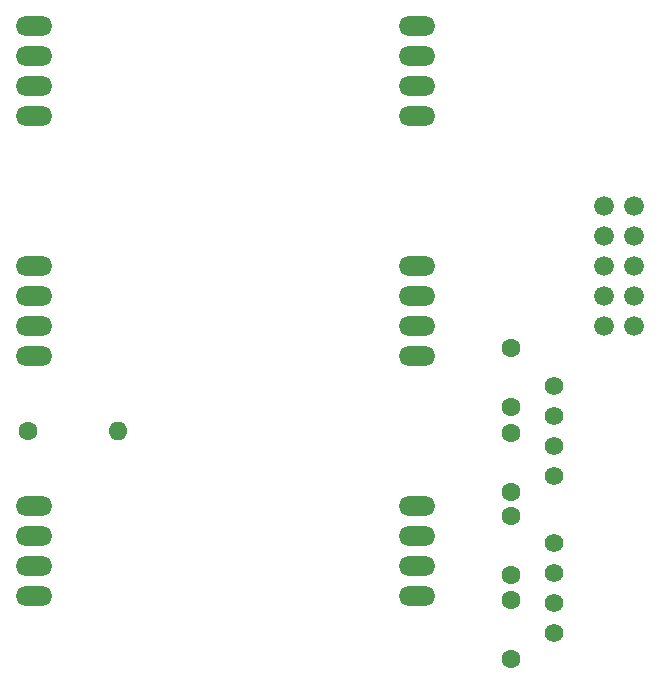
<source format=gbr>
%TF.GenerationSoftware,KiCad,Pcbnew,6.0.9-1.fc36*%
%TF.CreationDate,2022-12-06T19:06:57+01:00*%
%TF.ProjectId,iBolit_daughter,69426f6c-6974-45f6-9461-756768746572,rev?*%
%TF.SameCoordinates,Original*%
%TF.FileFunction,Soldermask,Bot*%
%TF.FilePolarity,Negative*%
%FSLAX46Y46*%
G04 Gerber Fmt 4.6, Leading zero omitted, Abs format (unit mm)*
G04 Created by KiCad (PCBNEW 6.0.9-1.fc36) date 2022-12-06 19:06:57*
%MOMM*%
%LPD*%
G01*
G04 APERTURE LIST*
G04 Aperture macros list*
%AMRoundRect*
0 Rectangle with rounded corners*
0 $1 Rounding radius*
0 $2 $3 $4 $5 $6 $7 $8 $9 X,Y pos of 4 corners*
0 Add a 4 corners polygon primitive as box body*
4,1,4,$2,$3,$4,$5,$6,$7,$8,$9,$2,$3,0*
0 Add four circle primitives for the rounded corners*
1,1,$1+$1,$2,$3*
1,1,$1+$1,$4,$5*
1,1,$1+$1,$6,$7*
1,1,$1+$1,$8,$9*
0 Add four rect primitives between the rounded corners*
20,1,$1+$1,$2,$3,$4,$5,0*
20,1,$1+$1,$4,$5,$6,$7,0*
20,1,$1+$1,$6,$7,$8,$9,0*
20,1,$1+$1,$8,$9,$2,$3,0*%
G04 Aperture macros list end*
%ADD10C,1.600000*%
%ADD11O,1.600000X1.600000*%
%ADD12C,1.562000*%
%ADD13RoundRect,0.127000X-0.654000X-0.654000X0.654000X-0.654000X0.654000X0.654000X-0.654000X0.654000X0*%
%ADD14C,1.676400*%
%ADD15O,3.098800X1.676400*%
G04 APERTURE END LIST*
D10*
%TO.C,C9*%
X164084000Y-122381000D03*
X164084000Y-127381000D03*
%TD*%
%TO.C,C8*%
X164084000Y-115316000D03*
X164084000Y-120316000D03*
%TD*%
%TO.C,C6*%
X164084000Y-129493000D03*
X164084000Y-134493000D03*
%TD*%
%TO.C,C7*%
X164084000Y-108157000D03*
X164084000Y-113157000D03*
%TD*%
%TO.C,R1*%
X123230000Y-115150000D03*
D11*
X130850000Y-115150000D03*
%TD*%
D12*
%TO.C,DC2*%
X167741600Y-111353600D03*
X167741600Y-113893600D03*
X167741600Y-116433600D03*
X167741600Y-118973600D03*
%TD*%
%TO.C,DC1*%
X167741600Y-124688600D03*
X167741600Y-127228600D03*
X167741600Y-129768600D03*
X167741600Y-132308600D03*
%TD*%
D13*
%TO.C,X3*%
X123736100Y-121513600D03*
X156121100Y-121513600D03*
X123736100Y-124053600D03*
X123736100Y-126593600D03*
X156121100Y-126593600D03*
X156121100Y-124053600D03*
X123736100Y-129133600D03*
X156121100Y-129133600D03*
%TD*%
%TO.C,X2*%
X123736100Y-101193600D03*
X156121100Y-101193600D03*
X123736100Y-103733600D03*
X123736100Y-106273600D03*
X156121100Y-106273600D03*
X156121100Y-103733600D03*
X123736100Y-108813600D03*
X156121100Y-108813600D03*
%TD*%
%TO.C,X1*%
X123736100Y-80873600D03*
X156121100Y-80873600D03*
X123736100Y-83413600D03*
X123736100Y-85953600D03*
X156121100Y-85953600D03*
X156121100Y-83413600D03*
X123736100Y-88493600D03*
X156121100Y-88493600D03*
%TD*%
D14*
%TO.C,JP2*%
X174536100Y-106273600D03*
X171996100Y-106273600D03*
X174536100Y-103733600D03*
X171996100Y-103733600D03*
X174536100Y-101193600D03*
X171996100Y-101193600D03*
X174536100Y-98653600D03*
X171996100Y-98653600D03*
X174536100Y-96113600D03*
X171996100Y-96113600D03*
%TD*%
D15*
%TO.C,JP3*%
X123736100Y-80873600D03*
X123736100Y-83413600D03*
X123736100Y-85953600D03*
X123736100Y-88493600D03*
%TD*%
%TO.C,JP4*%
X123736100Y-101193600D03*
X123736100Y-103733600D03*
X123736100Y-106273600D03*
X123736100Y-108813600D03*
%TD*%
%TO.C,JP5*%
X123736100Y-121513600D03*
X123736100Y-124053600D03*
X123736100Y-126593600D03*
X123736100Y-129133600D03*
%TD*%
%TO.C,JP6*%
X156121100Y-88493600D03*
X156121100Y-85953600D03*
X156121100Y-83413600D03*
X156121100Y-80873600D03*
%TD*%
%TO.C,JP7*%
X156121100Y-108813600D03*
X156121100Y-106273600D03*
X156121100Y-103733600D03*
X156121100Y-101193600D03*
%TD*%
%TO.C,JP8*%
X156121100Y-129133600D03*
X156121100Y-126593600D03*
X156121100Y-124053600D03*
X156121100Y-121513600D03*
%TD*%
M02*

</source>
